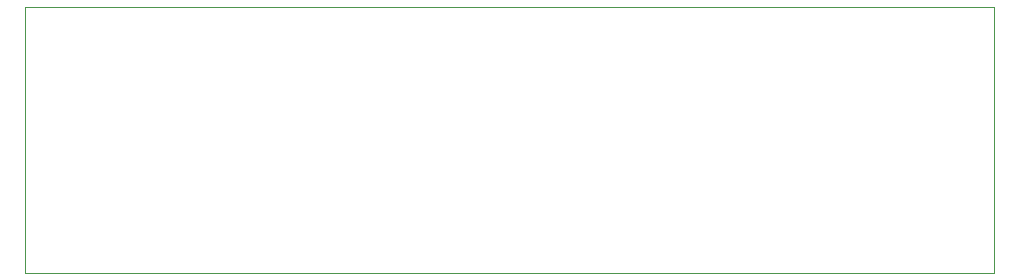
<source format=gm1>
G04 #@! TF.GenerationSoftware,KiCad,Pcbnew,6.0.9-8da3e8f707~116~ubuntu20.04.1*
G04 #@! TF.CreationDate,2022-11-05T14:44:28+00:00*
G04 #@! TF.ProjectId,slrm,736c726d-2e6b-4696-9361-645f70636258,rev?*
G04 #@! TF.SameCoordinates,Original*
G04 #@! TF.FileFunction,Profile,NP*
%FSLAX46Y46*%
G04 Gerber Fmt 4.6, Leading zero omitted, Abs format (unit mm)*
G04 Created by KiCad (PCBNEW 6.0.9-8da3e8f707~116~ubuntu20.04.1) date 2022-11-05 14:44:28*
%MOMM*%
%LPD*%
G01*
G04 APERTURE LIST*
G04 #@! TA.AperFunction,Profile*
%ADD10C,0.100000*%
G04 #@! TD*
G04 APERTURE END LIST*
D10*
X108735694Y-83921454D02*
X190788015Y-83921454D01*
X190788015Y-83921454D02*
X190788015Y-106408096D01*
X190788015Y-106408096D02*
X108735694Y-106408096D01*
X108735694Y-106408096D02*
X108735694Y-83921454D01*
M02*

</source>
